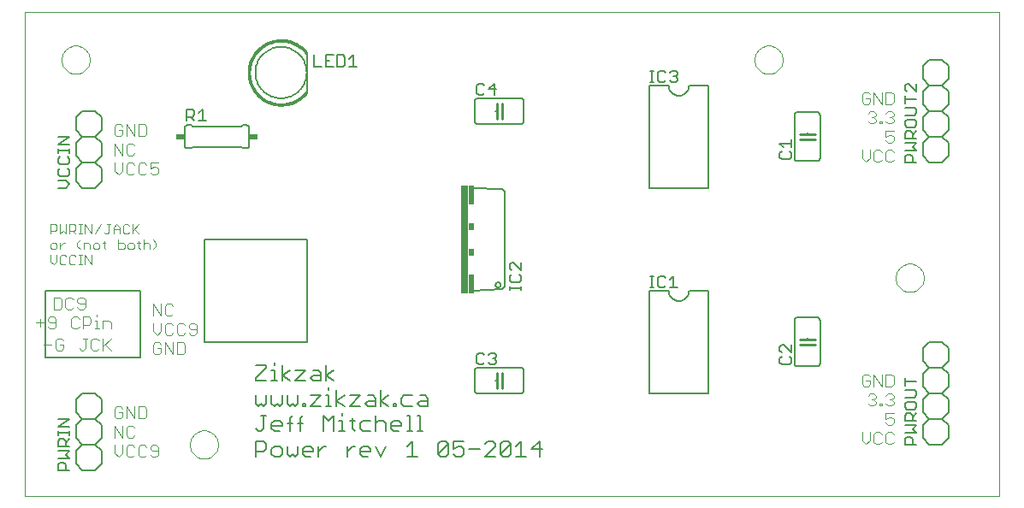
<source format=gto>
G75*
G70*
%OFA0B0*%
%FSLAX24Y24*%
%IPPOS*%
%LPD*%
%AMOC8*
5,1,8,0,0,1.08239X$1,22.5*
%
%ADD10C,0.0000*%
%ADD11C,0.0050*%
%ADD12C,0.0040*%
%ADD13C,0.0030*%
%ADD14C,0.0060*%
%ADD15R,0.0300X0.4200*%
%ADD16R,0.0200X0.0750*%
%ADD17R,0.0200X0.0300*%
%ADD18C,0.0100*%
%ADD19C,0.0080*%
%ADD20C,0.0010*%
%ADD21R,0.0340X0.0240*%
D10*
X000180Y000180D02*
X000180Y019050D01*
X038172Y019050D01*
X038172Y000180D01*
X000180Y000180D01*
X006629Y002180D02*
X006631Y002227D01*
X006637Y002273D01*
X006647Y002319D01*
X006660Y002364D01*
X006678Y002407D01*
X006699Y002449D01*
X006723Y002489D01*
X006751Y002526D01*
X006782Y002561D01*
X006816Y002594D01*
X006852Y002623D01*
X006891Y002649D01*
X006932Y002672D01*
X006975Y002691D01*
X007019Y002707D01*
X007064Y002719D01*
X007110Y002727D01*
X007157Y002731D01*
X007203Y002731D01*
X007250Y002727D01*
X007296Y002719D01*
X007341Y002707D01*
X007385Y002691D01*
X007428Y002672D01*
X007469Y002649D01*
X007508Y002623D01*
X007544Y002594D01*
X007578Y002561D01*
X007609Y002526D01*
X007637Y002489D01*
X007661Y002449D01*
X007682Y002407D01*
X007700Y002364D01*
X007713Y002319D01*
X007723Y002273D01*
X007729Y002227D01*
X007731Y002180D01*
X007729Y002133D01*
X007723Y002087D01*
X007713Y002041D01*
X007700Y001996D01*
X007682Y001953D01*
X007661Y001911D01*
X007637Y001871D01*
X007609Y001834D01*
X007578Y001799D01*
X007544Y001766D01*
X007508Y001737D01*
X007469Y001711D01*
X007428Y001688D01*
X007385Y001669D01*
X007341Y001653D01*
X007296Y001641D01*
X007250Y001633D01*
X007203Y001629D01*
X007157Y001629D01*
X007110Y001633D01*
X007064Y001641D01*
X007019Y001653D01*
X006975Y001669D01*
X006932Y001688D01*
X006891Y001711D01*
X006852Y001737D01*
X006816Y001766D01*
X006782Y001799D01*
X006751Y001834D01*
X006723Y001871D01*
X006699Y001911D01*
X006678Y001953D01*
X006660Y001996D01*
X006647Y002041D01*
X006637Y002087D01*
X006631Y002133D01*
X006629Y002180D01*
X034129Y008680D02*
X034131Y008727D01*
X034137Y008773D01*
X034147Y008819D01*
X034160Y008864D01*
X034178Y008907D01*
X034199Y008949D01*
X034223Y008989D01*
X034251Y009026D01*
X034282Y009061D01*
X034316Y009094D01*
X034352Y009123D01*
X034391Y009149D01*
X034432Y009172D01*
X034475Y009191D01*
X034519Y009207D01*
X034564Y009219D01*
X034610Y009227D01*
X034657Y009231D01*
X034703Y009231D01*
X034750Y009227D01*
X034796Y009219D01*
X034841Y009207D01*
X034885Y009191D01*
X034928Y009172D01*
X034969Y009149D01*
X035008Y009123D01*
X035044Y009094D01*
X035078Y009061D01*
X035109Y009026D01*
X035137Y008989D01*
X035161Y008949D01*
X035182Y008907D01*
X035200Y008864D01*
X035213Y008819D01*
X035223Y008773D01*
X035229Y008727D01*
X035231Y008680D01*
X035229Y008633D01*
X035223Y008587D01*
X035213Y008541D01*
X035200Y008496D01*
X035182Y008453D01*
X035161Y008411D01*
X035137Y008371D01*
X035109Y008334D01*
X035078Y008299D01*
X035044Y008266D01*
X035008Y008237D01*
X034969Y008211D01*
X034928Y008188D01*
X034885Y008169D01*
X034841Y008153D01*
X034796Y008141D01*
X034750Y008133D01*
X034703Y008129D01*
X034657Y008129D01*
X034610Y008133D01*
X034564Y008141D01*
X034519Y008153D01*
X034475Y008169D01*
X034432Y008188D01*
X034391Y008211D01*
X034352Y008237D01*
X034316Y008266D01*
X034282Y008299D01*
X034251Y008334D01*
X034223Y008371D01*
X034199Y008411D01*
X034178Y008453D01*
X034160Y008496D01*
X034147Y008541D01*
X034137Y008587D01*
X034131Y008633D01*
X034129Y008680D01*
X028629Y017180D02*
X028631Y017227D01*
X028637Y017273D01*
X028647Y017319D01*
X028660Y017364D01*
X028678Y017407D01*
X028699Y017449D01*
X028723Y017489D01*
X028751Y017526D01*
X028782Y017561D01*
X028816Y017594D01*
X028852Y017623D01*
X028891Y017649D01*
X028932Y017672D01*
X028975Y017691D01*
X029019Y017707D01*
X029064Y017719D01*
X029110Y017727D01*
X029157Y017731D01*
X029203Y017731D01*
X029250Y017727D01*
X029296Y017719D01*
X029341Y017707D01*
X029385Y017691D01*
X029428Y017672D01*
X029469Y017649D01*
X029508Y017623D01*
X029544Y017594D01*
X029578Y017561D01*
X029609Y017526D01*
X029637Y017489D01*
X029661Y017449D01*
X029682Y017407D01*
X029700Y017364D01*
X029713Y017319D01*
X029723Y017273D01*
X029729Y017227D01*
X029731Y017180D01*
X029729Y017133D01*
X029723Y017087D01*
X029713Y017041D01*
X029700Y016996D01*
X029682Y016953D01*
X029661Y016911D01*
X029637Y016871D01*
X029609Y016834D01*
X029578Y016799D01*
X029544Y016766D01*
X029508Y016737D01*
X029469Y016711D01*
X029428Y016688D01*
X029385Y016669D01*
X029341Y016653D01*
X029296Y016641D01*
X029250Y016633D01*
X029203Y016629D01*
X029157Y016629D01*
X029110Y016633D01*
X029064Y016641D01*
X029019Y016653D01*
X028975Y016669D01*
X028932Y016688D01*
X028891Y016711D01*
X028852Y016737D01*
X028816Y016766D01*
X028782Y016799D01*
X028751Y016834D01*
X028723Y016871D01*
X028699Y016911D01*
X028678Y016953D01*
X028660Y016996D01*
X028647Y017041D01*
X028637Y017087D01*
X028631Y017133D01*
X028629Y017180D01*
X001629Y017180D02*
X001631Y017227D01*
X001637Y017273D01*
X001647Y017319D01*
X001660Y017364D01*
X001678Y017407D01*
X001699Y017449D01*
X001723Y017489D01*
X001751Y017526D01*
X001782Y017561D01*
X001816Y017594D01*
X001852Y017623D01*
X001891Y017649D01*
X001932Y017672D01*
X001975Y017691D01*
X002019Y017707D01*
X002064Y017719D01*
X002110Y017727D01*
X002157Y017731D01*
X002203Y017731D01*
X002250Y017727D01*
X002296Y017719D01*
X002341Y017707D01*
X002385Y017691D01*
X002428Y017672D01*
X002469Y017649D01*
X002508Y017623D01*
X002544Y017594D01*
X002578Y017561D01*
X002609Y017526D01*
X002637Y017489D01*
X002661Y017449D01*
X002682Y017407D01*
X002700Y017364D01*
X002713Y017319D01*
X002723Y017273D01*
X002729Y017227D01*
X002731Y017180D01*
X002729Y017133D01*
X002723Y017087D01*
X002713Y017041D01*
X002700Y016996D01*
X002682Y016953D01*
X002661Y016911D01*
X002637Y016871D01*
X002609Y016834D01*
X002578Y016799D01*
X002544Y016766D01*
X002508Y016737D01*
X002469Y016711D01*
X002428Y016688D01*
X002385Y016669D01*
X002341Y016653D01*
X002296Y016641D01*
X002250Y016633D01*
X002203Y016629D01*
X002157Y016629D01*
X002110Y016633D01*
X002064Y016641D01*
X002019Y016653D01*
X001975Y016669D01*
X001932Y016688D01*
X001891Y016711D01*
X001852Y016737D01*
X001816Y016766D01*
X001782Y016799D01*
X001751Y016834D01*
X001723Y016871D01*
X001699Y016911D01*
X001678Y016953D01*
X001660Y016996D01*
X001647Y017041D01*
X001637Y017087D01*
X001631Y017133D01*
X001629Y017180D01*
D11*
X006505Y015255D02*
X006505Y014805D01*
X006505Y014955D02*
X006730Y014955D01*
X006805Y015030D01*
X006805Y015180D01*
X006730Y015255D01*
X006505Y015255D01*
X006655Y014955D02*
X006805Y014805D01*
X006965Y014805D02*
X007266Y014805D01*
X007116Y014805D02*
X007116Y015255D01*
X006965Y015105D01*
X011455Y016915D02*
X011455Y017365D01*
X011455Y016915D02*
X011755Y016915D01*
X011915Y016915D02*
X012216Y016915D01*
X012376Y016915D02*
X012601Y016915D01*
X012676Y016990D01*
X012676Y017290D01*
X012601Y017365D01*
X012376Y017365D01*
X012376Y016915D01*
X012066Y017140D02*
X011915Y017140D01*
X011915Y017365D02*
X011915Y016915D01*
X011915Y017365D02*
X012216Y017365D01*
X012836Y017215D02*
X012986Y017365D01*
X012986Y016915D01*
X012836Y016915D02*
X013136Y016915D01*
X017805Y016180D02*
X017805Y015880D01*
X017880Y015805D01*
X018030Y015805D01*
X018105Y015880D01*
X018265Y016030D02*
X018566Y016030D01*
X018491Y015805D02*
X018491Y016255D01*
X018265Y016030D01*
X018105Y016180D02*
X018030Y016255D01*
X017880Y016255D01*
X017805Y016180D01*
X024555Y016305D02*
X024705Y016305D01*
X024630Y016305D02*
X024630Y016755D01*
X024555Y016755D02*
X024705Y016755D01*
X024862Y016680D02*
X024862Y016380D01*
X024937Y016305D01*
X025087Y016305D01*
X025162Y016380D01*
X025322Y016380D02*
X025397Y016305D01*
X025548Y016305D01*
X025623Y016380D01*
X025623Y016455D01*
X025548Y016530D01*
X025472Y016530D01*
X025548Y016530D02*
X025623Y016605D01*
X025623Y016680D01*
X025548Y016755D01*
X025397Y016755D01*
X025322Y016680D01*
X025162Y016680D02*
X025087Y016755D01*
X024937Y016755D01*
X024862Y016680D01*
X030055Y014066D02*
X030055Y013765D01*
X030055Y013916D02*
X029605Y013916D01*
X029755Y013765D01*
X029680Y013605D02*
X029605Y013530D01*
X029605Y013380D01*
X029680Y013305D01*
X029980Y013305D01*
X030055Y013380D01*
X030055Y013530D01*
X029980Y013605D01*
X034485Y013635D02*
X034935Y013635D01*
X034785Y013786D01*
X034935Y013936D01*
X034485Y013936D01*
X034485Y014096D02*
X034485Y014321D01*
X034560Y014396D01*
X034710Y014396D01*
X034785Y014321D01*
X034785Y014096D01*
X034785Y014246D02*
X034935Y014396D01*
X034860Y014556D02*
X034935Y014631D01*
X034935Y014781D01*
X034860Y014856D01*
X034560Y014856D01*
X034485Y014781D01*
X034485Y014631D01*
X034560Y014556D01*
X034860Y014556D01*
X034860Y015017D02*
X034485Y015017D01*
X034860Y015017D02*
X034935Y015092D01*
X034935Y015242D01*
X034860Y015317D01*
X034485Y015317D01*
X034485Y015477D02*
X034485Y015777D01*
X034485Y015627D02*
X034935Y015627D01*
X034935Y015937D02*
X034635Y016238D01*
X034560Y016238D01*
X034485Y016163D01*
X034485Y016012D01*
X034560Y015937D01*
X034935Y015937D02*
X034935Y016238D01*
X034935Y014096D02*
X034485Y014096D01*
X034560Y013475D02*
X034485Y013400D01*
X034485Y013175D01*
X034935Y013175D01*
X034785Y013175D02*
X034785Y013400D01*
X034710Y013475D01*
X034560Y013475D01*
X025472Y008755D02*
X025472Y008305D01*
X025322Y008305D02*
X025623Y008305D01*
X025162Y008380D02*
X025087Y008305D01*
X024937Y008305D01*
X024862Y008380D01*
X024862Y008680D01*
X024937Y008755D01*
X025087Y008755D01*
X025162Y008680D01*
X025322Y008605D02*
X025472Y008755D01*
X024705Y008755D02*
X024555Y008755D01*
X024630Y008755D02*
X024630Y008305D01*
X024555Y008305D02*
X024705Y008305D01*
X029605Y005991D02*
X029605Y005840D01*
X029680Y005765D01*
X029680Y005605D02*
X029605Y005530D01*
X029605Y005380D01*
X029680Y005305D01*
X029980Y005305D01*
X030055Y005380D01*
X030055Y005530D01*
X029980Y005605D01*
X030055Y005765D02*
X029755Y006066D01*
X029680Y006066D01*
X029605Y005991D01*
X030055Y006066D02*
X030055Y005765D01*
X034485Y004777D02*
X034485Y004477D01*
X034485Y004627D02*
X034935Y004627D01*
X034860Y004317D02*
X034485Y004317D01*
X034860Y004317D02*
X034935Y004242D01*
X034935Y004092D01*
X034860Y004017D01*
X034485Y004017D01*
X034560Y003856D02*
X034485Y003781D01*
X034485Y003631D01*
X034560Y003556D01*
X034860Y003556D01*
X034935Y003631D01*
X034935Y003781D01*
X034860Y003856D01*
X034560Y003856D01*
X034560Y003396D02*
X034485Y003321D01*
X034485Y003096D01*
X034935Y003096D01*
X034785Y003096D02*
X034785Y003321D01*
X034710Y003396D01*
X034560Y003396D01*
X034785Y003246D02*
X034935Y003396D01*
X034935Y002936D02*
X034485Y002936D01*
X034785Y002786D02*
X034935Y002936D01*
X034785Y002786D02*
X034935Y002635D01*
X034485Y002635D01*
X034560Y002475D02*
X034485Y002400D01*
X034485Y002175D01*
X034935Y002175D01*
X034785Y002175D02*
X034785Y002400D01*
X034710Y002475D01*
X034560Y002475D01*
X020348Y002010D02*
X019941Y002010D01*
X020247Y002316D01*
X020247Y001705D01*
X019741Y001705D02*
X019334Y001705D01*
X019537Y001705D02*
X019537Y002316D01*
X019334Y002112D01*
X019133Y002214D02*
X019133Y001807D01*
X019031Y001705D01*
X018828Y001705D01*
X018726Y001807D01*
X019133Y002214D01*
X019031Y002316D01*
X018828Y002316D01*
X018726Y002214D01*
X018726Y001807D01*
X018525Y001705D02*
X018118Y001705D01*
X018525Y002112D01*
X018525Y002214D01*
X018423Y002316D01*
X018220Y002316D01*
X018118Y002214D01*
X017918Y002010D02*
X017510Y002010D01*
X017310Y002010D02*
X017310Y001807D01*
X017208Y001705D01*
X017005Y001705D01*
X016903Y001807D01*
X016702Y001807D02*
X016600Y001705D01*
X016397Y001705D01*
X016295Y001807D01*
X016702Y002214D01*
X016702Y001807D01*
X016903Y002010D02*
X017106Y002112D01*
X017208Y002112D01*
X017310Y002010D01*
X017310Y002316D02*
X016903Y002316D01*
X016903Y002010D01*
X016702Y002214D02*
X016600Y002316D01*
X016397Y002316D01*
X016295Y002214D01*
X016295Y001807D01*
X015487Y001705D02*
X015080Y001705D01*
X015283Y001705D02*
X015283Y002316D01*
X015080Y002112D01*
X014271Y002112D02*
X014068Y001705D01*
X013864Y002112D01*
X013663Y002010D02*
X013663Y001909D01*
X013256Y001909D01*
X013256Y002010D02*
X013256Y001807D01*
X013358Y001705D01*
X013562Y001705D01*
X013663Y002010D02*
X013562Y002112D01*
X013358Y002112D01*
X013256Y002010D01*
X013055Y002112D02*
X012954Y002112D01*
X012750Y001909D01*
X012750Y002112D02*
X012750Y001705D01*
X011941Y002112D02*
X011839Y002112D01*
X011636Y001909D01*
X011435Y001909D02*
X011435Y002010D01*
X011333Y002112D01*
X011130Y002112D01*
X011028Y002010D01*
X011028Y001807D01*
X011130Y001705D01*
X011333Y001705D01*
X011435Y001909D02*
X011028Y001909D01*
X010827Y001807D02*
X010827Y002112D01*
X010827Y001807D02*
X010726Y001705D01*
X010624Y001807D01*
X010522Y001705D01*
X010420Y001807D01*
X010420Y002112D01*
X010220Y002010D02*
X010220Y001807D01*
X010118Y001705D01*
X009914Y001705D01*
X009813Y001807D01*
X009813Y002010D01*
X009914Y002112D01*
X010118Y002112D01*
X010220Y002010D01*
X009612Y002010D02*
X009612Y002214D01*
X009510Y002316D01*
X009205Y002316D01*
X009205Y001705D01*
X009205Y001909D02*
X009510Y001909D01*
X009612Y002010D01*
X009409Y002695D02*
X009510Y002797D01*
X009510Y003306D01*
X009409Y003306D02*
X009612Y003306D01*
X009914Y003102D02*
X010118Y003102D01*
X010220Y003000D01*
X010220Y002899D01*
X009813Y002899D01*
X009813Y003000D02*
X009813Y002797D01*
X009914Y002695D01*
X010118Y002695D01*
X010522Y002695D02*
X010522Y003204D01*
X010624Y003306D01*
X010927Y003204D02*
X011029Y003306D01*
X010927Y003204D02*
X010927Y002695D01*
X010826Y003000D02*
X011029Y003000D01*
X010624Y003000D02*
X010420Y003000D01*
X009914Y003102D02*
X009813Y003000D01*
X009409Y002695D02*
X009307Y002695D01*
X009205Y002797D01*
X009307Y003685D02*
X009205Y003787D01*
X009205Y004092D01*
X009409Y003787D02*
X009510Y003685D01*
X009612Y003787D01*
X009612Y004092D01*
X009813Y004092D02*
X009813Y003787D01*
X009914Y003685D01*
X010016Y003787D01*
X010118Y003685D01*
X010220Y003787D01*
X010220Y004092D01*
X010420Y004092D02*
X010420Y003787D01*
X010522Y003685D01*
X010624Y003787D01*
X010726Y003685D01*
X010827Y003787D01*
X010827Y004092D01*
X011332Y004092D02*
X011739Y004092D01*
X011332Y003685D01*
X011739Y003685D01*
X011940Y003685D02*
X012143Y003685D01*
X012041Y003685D02*
X012041Y004092D01*
X011940Y004092D01*
X012041Y004296D02*
X012041Y004397D01*
X012345Y004296D02*
X012345Y003685D01*
X012345Y003889D02*
X012650Y003685D01*
X012851Y003685D02*
X013258Y003685D01*
X013459Y003787D02*
X013561Y003889D01*
X013866Y003889D01*
X013866Y003990D02*
X013866Y003685D01*
X013561Y003685D01*
X013459Y003787D01*
X013764Y004092D02*
X013866Y003990D01*
X013764Y004092D02*
X013561Y004092D01*
X013258Y004092D02*
X012851Y003685D01*
X012650Y004092D02*
X012345Y003889D01*
X012851Y004092D02*
X013258Y004092D01*
X014067Y003889D02*
X014372Y004092D01*
X014067Y003889D02*
X014372Y003685D01*
X014573Y003685D02*
X014675Y003685D01*
X014675Y003787D01*
X014573Y003787D01*
X014573Y003685D01*
X014877Y003787D02*
X014877Y003990D01*
X014979Y004092D01*
X015284Y004092D01*
X015587Y004092D02*
X015790Y004092D01*
X015892Y003990D01*
X015892Y003685D01*
X015587Y003685D01*
X015485Y003787D01*
X015587Y003889D01*
X015892Y003889D01*
X015284Y003685D02*
X014979Y003685D01*
X014877Y003787D01*
X015080Y003306D02*
X015181Y003306D01*
X015181Y002695D01*
X015080Y002695D02*
X015283Y002695D01*
X015485Y002695D02*
X015688Y002695D01*
X015587Y002695D02*
X015587Y003306D01*
X015485Y003306D01*
X014879Y003000D02*
X014879Y002899D01*
X014472Y002899D01*
X014472Y003000D02*
X014472Y002797D01*
X014574Y002695D01*
X014777Y002695D01*
X014271Y002695D02*
X014271Y003000D01*
X014169Y003102D01*
X013966Y003102D01*
X013864Y003000D01*
X013663Y003102D02*
X013358Y003102D01*
X013256Y003000D01*
X013256Y002797D01*
X013358Y002695D01*
X013663Y002695D01*
X013864Y002695D02*
X013864Y003306D01*
X014472Y003000D02*
X014574Y003102D01*
X014777Y003102D01*
X014879Y003000D01*
X014067Y003685D02*
X014067Y004296D01*
X012548Y003407D02*
X012548Y003306D01*
X012548Y003102D02*
X012548Y002695D01*
X012446Y002695D02*
X012650Y002695D01*
X012953Y002797D02*
X013055Y002695D01*
X012953Y002797D02*
X012953Y003204D01*
X012851Y003102D02*
X013055Y003102D01*
X012548Y003102D02*
X012446Y003102D01*
X012245Y003306D02*
X012245Y002695D01*
X011838Y002695D02*
X011838Y003306D01*
X012042Y003102D01*
X012245Y003306D01*
X011130Y003685D02*
X011028Y003685D01*
X011028Y003787D01*
X011130Y003787D01*
X011130Y003685D01*
X011131Y004675D02*
X010724Y004675D01*
X011131Y005082D01*
X010724Y005082D01*
X010523Y005082D02*
X010218Y004879D01*
X010523Y004675D01*
X010218Y004675D02*
X010218Y005286D01*
X009914Y005286D02*
X009914Y005387D01*
X009914Y005082D02*
X009914Y004675D01*
X009813Y004675D02*
X010016Y004675D01*
X009612Y004675D02*
X009205Y004675D01*
X009205Y004777D01*
X009612Y005184D01*
X009612Y005286D01*
X009205Y005286D01*
X009813Y005082D02*
X009914Y005082D01*
X011332Y004777D02*
X011434Y004879D01*
X011739Y004879D01*
X011739Y004980D02*
X011739Y004675D01*
X011434Y004675D01*
X011332Y004777D01*
X011637Y005082D02*
X011739Y004980D01*
X011637Y005082D02*
X011434Y005082D01*
X011940Y004879D02*
X012245Y004675D01*
X011940Y004675D02*
X011940Y005286D01*
X012245Y005082D02*
X011940Y004879D01*
X011180Y006180D02*
X011180Y010180D01*
X007180Y010180D01*
X007180Y006180D01*
X011180Y006180D01*
X009409Y003787D02*
X009307Y003685D01*
X011636Y002112D02*
X011636Y001705D01*
X017805Y005380D02*
X017880Y005305D01*
X018030Y005305D01*
X018105Y005380D01*
X018265Y005380D02*
X018340Y005305D01*
X018491Y005305D01*
X018566Y005380D01*
X018566Y005455D01*
X018491Y005530D01*
X018416Y005530D01*
X018491Y005530D02*
X018566Y005605D01*
X018566Y005680D01*
X018491Y005755D01*
X018340Y005755D01*
X018265Y005680D01*
X018105Y005680D02*
X018030Y005755D01*
X017880Y005755D01*
X017805Y005680D01*
X017805Y005380D01*
X017630Y008180D02*
X018780Y008230D01*
X018880Y008330D01*
X018880Y012030D01*
X018780Y012130D01*
X017630Y012180D01*
X019160Y009273D02*
X019085Y009198D01*
X019085Y009047D01*
X019160Y008972D01*
X019160Y008812D02*
X019085Y008737D01*
X019085Y008587D01*
X019160Y008512D01*
X019460Y008512D01*
X019535Y008587D01*
X019535Y008737D01*
X019460Y008812D01*
X019535Y008972D02*
X019235Y009273D01*
X019160Y009273D01*
X019535Y009273D02*
X019535Y008972D01*
X019535Y008355D02*
X019535Y008205D01*
X019535Y008280D02*
X019085Y008280D01*
X019085Y008205D02*
X019085Y008355D01*
X018540Y008410D02*
X018542Y008430D01*
X018548Y008448D01*
X018557Y008466D01*
X018569Y008481D01*
X018584Y008493D01*
X018602Y008502D01*
X018620Y008508D01*
X018640Y008510D01*
X018660Y008508D01*
X018678Y008502D01*
X018696Y008493D01*
X018711Y008481D01*
X018723Y008466D01*
X018732Y008448D01*
X018738Y008430D01*
X018740Y008410D01*
X018738Y008390D01*
X018732Y008372D01*
X018723Y008354D01*
X018711Y008339D01*
X018696Y008327D01*
X018678Y008318D01*
X018660Y008312D01*
X018640Y008310D01*
X018620Y008312D01*
X018602Y008318D01*
X018584Y008327D01*
X018569Y008339D01*
X018557Y008354D01*
X018548Y008372D01*
X018542Y008390D01*
X018540Y008410D01*
X004680Y008180D02*
X004680Y005580D01*
X000980Y005580D01*
X000980Y008180D01*
X004680Y008180D01*
X001785Y012175D02*
X001485Y012175D01*
X001785Y012175D02*
X001935Y012325D01*
X001785Y012475D01*
X001485Y012475D01*
X001560Y012635D02*
X001485Y012710D01*
X001485Y012861D01*
X001560Y012936D01*
X001560Y013096D02*
X001860Y013096D01*
X001935Y013171D01*
X001935Y013321D01*
X001860Y013396D01*
X001935Y013556D02*
X001935Y013706D01*
X001935Y013631D02*
X001485Y013631D01*
X001485Y013556D02*
X001485Y013706D01*
X001485Y013863D02*
X001935Y014163D01*
X001485Y014163D01*
X001485Y013863D02*
X001935Y013863D01*
X001560Y013396D02*
X001485Y013321D01*
X001485Y013171D01*
X001560Y013096D01*
X001860Y012936D02*
X001935Y012861D01*
X001935Y012710D01*
X001860Y012635D01*
X001560Y012635D01*
X001485Y003163D02*
X001935Y003163D01*
X001485Y002863D01*
X001935Y002863D01*
X001935Y002706D02*
X001935Y002556D01*
X001935Y002631D02*
X001485Y002631D01*
X001485Y002556D02*
X001485Y002706D01*
X001560Y002396D02*
X001710Y002396D01*
X001785Y002321D01*
X001785Y002096D01*
X001785Y002246D02*
X001935Y002396D01*
X001560Y002396D02*
X001485Y002321D01*
X001485Y002096D01*
X001935Y002096D01*
X001935Y001936D02*
X001785Y001786D01*
X001935Y001635D01*
X001485Y001635D01*
X001560Y001475D02*
X001485Y001400D01*
X001485Y001175D01*
X001935Y001175D01*
X001785Y001175D02*
X001785Y001400D01*
X001710Y001475D01*
X001560Y001475D01*
X001485Y001936D02*
X001935Y001936D01*
D12*
X003700Y001853D02*
X003853Y001700D01*
X004007Y001853D01*
X004007Y002160D01*
X004160Y002084D02*
X004160Y001777D01*
X004237Y001700D01*
X004391Y001700D01*
X004467Y001777D01*
X004621Y001777D02*
X004698Y001700D01*
X004851Y001700D01*
X004928Y001777D01*
X005081Y001777D02*
X005158Y001700D01*
X005311Y001700D01*
X005388Y001777D01*
X005388Y002084D01*
X005311Y002160D01*
X005158Y002160D01*
X005081Y002084D01*
X005081Y002007D01*
X005158Y001930D01*
X005388Y001930D01*
X004928Y002084D02*
X004851Y002160D01*
X004698Y002160D01*
X004621Y002084D01*
X004621Y001777D01*
X004467Y002084D02*
X004391Y002160D01*
X004237Y002160D01*
X004160Y002084D01*
X003700Y002160D02*
X003700Y001853D01*
X003700Y002450D02*
X003700Y002910D01*
X004007Y002450D01*
X004007Y002910D01*
X004160Y002834D02*
X004160Y002527D01*
X004237Y002450D01*
X004391Y002450D01*
X004467Y002527D01*
X004467Y002834D02*
X004391Y002910D01*
X004237Y002910D01*
X004160Y002834D01*
X004160Y003200D02*
X004160Y003660D01*
X004467Y003200D01*
X004467Y003660D01*
X004621Y003660D02*
X004851Y003660D01*
X004928Y003584D01*
X004928Y003277D01*
X004851Y003200D01*
X004621Y003200D01*
X004621Y003660D01*
X004007Y003584D02*
X003930Y003660D01*
X003777Y003660D01*
X003700Y003584D01*
X003700Y003277D01*
X003777Y003200D01*
X003930Y003200D01*
X004007Y003277D01*
X004007Y003430D01*
X003853Y003430D01*
X005277Y005700D02*
X005430Y005700D01*
X005507Y005777D01*
X005507Y005930D01*
X005353Y005930D01*
X005200Y005777D02*
X005277Y005700D01*
X005200Y005777D02*
X005200Y006084D01*
X005277Y006160D01*
X005430Y006160D01*
X005507Y006084D01*
X005660Y006160D02*
X005967Y005700D01*
X005967Y006160D01*
X006121Y006160D02*
X006351Y006160D01*
X006428Y006084D01*
X006428Y005777D01*
X006351Y005700D01*
X006121Y005700D01*
X006121Y006160D01*
X005660Y006160D02*
X005660Y005700D01*
X005737Y006450D02*
X005891Y006450D01*
X005967Y006527D01*
X006121Y006527D02*
X006198Y006450D01*
X006351Y006450D01*
X006428Y006527D01*
X006581Y006527D02*
X006658Y006450D01*
X006811Y006450D01*
X006888Y006527D01*
X006888Y006834D01*
X006811Y006910D01*
X006658Y006910D01*
X006581Y006834D01*
X006581Y006757D01*
X006658Y006680D01*
X006888Y006680D01*
X006428Y006834D02*
X006351Y006910D01*
X006198Y006910D01*
X006121Y006834D01*
X006121Y006527D01*
X005737Y006450D02*
X005660Y006527D01*
X005660Y006834D01*
X005737Y006910D01*
X005891Y006910D01*
X005967Y006834D01*
X005507Y006910D02*
X005507Y006603D01*
X005353Y006450D01*
X005200Y006603D01*
X005200Y006910D01*
X005200Y007200D02*
X005200Y007660D01*
X005507Y007200D01*
X005507Y007660D01*
X005660Y007584D02*
X005660Y007277D01*
X005737Y007200D01*
X005891Y007200D01*
X005967Y007277D01*
X005967Y007584D02*
X005891Y007660D01*
X005737Y007660D01*
X005660Y007584D01*
X003547Y006930D02*
X003547Y006700D01*
X003547Y006930D02*
X003470Y007007D01*
X003240Y007007D01*
X003240Y006700D01*
X003086Y006700D02*
X002933Y006700D01*
X003009Y006700D02*
X003009Y007007D01*
X002933Y007007D01*
X003009Y007160D02*
X003009Y007237D01*
X002779Y007084D02*
X002779Y006930D01*
X002702Y006853D01*
X002472Y006853D01*
X002472Y006700D02*
X002472Y007160D01*
X002702Y007160D01*
X002779Y007084D01*
X002319Y007084D02*
X002242Y007160D01*
X002089Y007160D01*
X002012Y007084D01*
X002012Y006777D01*
X002089Y006700D01*
X002242Y006700D01*
X002319Y006777D01*
X002472Y006310D02*
X002626Y006310D01*
X002549Y006310D02*
X002549Y005927D01*
X002472Y005850D01*
X002396Y005850D01*
X002319Y005927D01*
X002779Y005927D02*
X002856Y005850D01*
X003009Y005850D01*
X003086Y005927D01*
X003240Y006003D02*
X003547Y006310D01*
X003240Y006310D02*
X003240Y005850D01*
X003316Y006080D02*
X003547Y005850D01*
X003086Y006234D02*
X003009Y006310D01*
X002856Y006310D01*
X002779Y006234D01*
X002779Y005927D01*
X001705Y005927D02*
X001705Y006080D01*
X001551Y006080D01*
X001398Y005927D02*
X001475Y005850D01*
X001628Y005850D01*
X001705Y005927D01*
X001398Y005927D02*
X001398Y006234D01*
X001475Y006310D01*
X001628Y006310D01*
X001705Y006234D01*
X001245Y006080D02*
X000938Y006080D01*
X001168Y006700D02*
X001321Y006700D01*
X001398Y006777D01*
X001398Y007084D01*
X001321Y007160D01*
X001168Y007160D01*
X001091Y007084D01*
X001091Y007007D01*
X001168Y006930D01*
X001398Y006930D01*
X001168Y006700D02*
X001091Y006777D01*
X000938Y006930D02*
X000631Y006930D01*
X000784Y006777D02*
X000784Y007084D01*
X001319Y007450D02*
X001549Y007450D01*
X001626Y007527D01*
X001626Y007834D01*
X001549Y007910D01*
X001319Y007910D01*
X001319Y007450D01*
X001779Y007527D02*
X001856Y007450D01*
X002009Y007450D01*
X002086Y007527D01*
X002240Y007527D02*
X002316Y007450D01*
X002470Y007450D01*
X002547Y007527D01*
X002547Y007834D01*
X002470Y007910D01*
X002316Y007910D01*
X002240Y007834D01*
X002240Y007757D01*
X002316Y007680D01*
X002547Y007680D01*
X002086Y007834D02*
X002009Y007910D01*
X001856Y007910D01*
X001779Y007834D01*
X001779Y007527D01*
X003853Y012700D02*
X004007Y012853D01*
X004007Y013160D01*
X004160Y013084D02*
X004160Y012777D01*
X004237Y012700D01*
X004391Y012700D01*
X004467Y012777D01*
X004621Y012777D02*
X004698Y012700D01*
X004851Y012700D01*
X004928Y012777D01*
X005081Y012777D02*
X005158Y012700D01*
X005311Y012700D01*
X005388Y012777D01*
X005388Y012930D01*
X005311Y013007D01*
X005235Y013007D01*
X005081Y012930D01*
X005081Y013160D01*
X005388Y013160D01*
X004928Y013084D02*
X004851Y013160D01*
X004698Y013160D01*
X004621Y013084D01*
X004621Y012777D01*
X004467Y013084D02*
X004391Y013160D01*
X004237Y013160D01*
X004160Y013084D01*
X003700Y013160D02*
X003700Y012853D01*
X003853Y012700D01*
X003700Y013450D02*
X003700Y013910D01*
X004007Y013450D01*
X004007Y013910D01*
X004160Y013834D02*
X004160Y013527D01*
X004237Y013450D01*
X004391Y013450D01*
X004467Y013527D01*
X004467Y013834D02*
X004391Y013910D01*
X004237Y013910D01*
X004160Y013834D01*
X004160Y014200D02*
X004160Y014660D01*
X004467Y014200D01*
X004467Y014660D01*
X004621Y014660D02*
X004851Y014660D01*
X004928Y014584D01*
X004928Y014277D01*
X004851Y014200D01*
X004621Y014200D01*
X004621Y014660D01*
X004007Y014584D02*
X003930Y014660D01*
X003777Y014660D01*
X003700Y014584D01*
X003700Y014277D01*
X003777Y014200D01*
X003930Y014200D01*
X004007Y014277D01*
X004007Y014430D01*
X003853Y014430D01*
X032819Y013660D02*
X032819Y013353D01*
X032972Y013200D01*
X033126Y013353D01*
X033126Y013660D01*
X033279Y013584D02*
X033279Y013277D01*
X033356Y013200D01*
X033509Y013200D01*
X033586Y013277D01*
X033740Y013277D02*
X033816Y013200D01*
X033970Y013200D01*
X034047Y013277D01*
X033740Y013277D02*
X033740Y013584D01*
X033816Y013660D01*
X033970Y013660D01*
X034047Y013584D01*
X033586Y013584D02*
X033509Y013660D01*
X033356Y013660D01*
X033279Y013584D01*
X033740Y014027D02*
X033816Y013950D01*
X033970Y013950D01*
X034047Y014027D01*
X034047Y014180D01*
X033970Y014257D01*
X033893Y014257D01*
X033740Y014180D01*
X033740Y014410D01*
X034047Y014410D01*
X033970Y014700D02*
X033816Y014700D01*
X033740Y014777D01*
X033586Y014777D02*
X033586Y014700D01*
X033509Y014700D01*
X033509Y014777D01*
X033586Y014777D01*
X033356Y014777D02*
X033279Y014700D01*
X033126Y014700D01*
X033049Y014777D01*
X033202Y014930D02*
X033279Y014930D01*
X033356Y014853D01*
X033356Y014777D01*
X033279Y014930D02*
X033356Y015007D01*
X033356Y015084D01*
X033279Y015160D01*
X033126Y015160D01*
X033049Y015084D01*
X033740Y015084D02*
X033816Y015160D01*
X033970Y015160D01*
X034047Y015084D01*
X034047Y015007D01*
X033970Y014930D01*
X034047Y014853D01*
X034047Y014777D01*
X033970Y014700D01*
X033970Y014930D02*
X033893Y014930D01*
X033970Y015450D02*
X033740Y015450D01*
X033740Y015910D01*
X033970Y015910D01*
X034047Y015834D01*
X034047Y015527D01*
X033970Y015450D01*
X033586Y015450D02*
X033586Y015910D01*
X033279Y015910D02*
X033586Y015450D01*
X033279Y015450D02*
X033279Y015910D01*
X033126Y015834D02*
X033049Y015910D01*
X032896Y015910D01*
X032819Y015834D01*
X032819Y015527D01*
X032896Y015450D01*
X033049Y015450D01*
X033126Y015527D01*
X033126Y015680D01*
X032972Y015680D01*
X032896Y004910D02*
X032819Y004834D01*
X032819Y004527D01*
X032896Y004450D01*
X033049Y004450D01*
X033126Y004527D01*
X033126Y004680D01*
X032972Y004680D01*
X033126Y004680D01*
X033126Y004527D01*
X033049Y004450D01*
X032896Y004450D01*
X032819Y004527D01*
X032819Y004834D01*
X032896Y004910D01*
X033049Y004910D01*
X033126Y004834D01*
X033049Y004910D01*
X032896Y004910D01*
X033279Y004910D02*
X033586Y004450D01*
X033586Y004910D01*
X033586Y004450D01*
X033279Y004910D01*
X033279Y004450D01*
X033279Y004910D01*
X033740Y004910D02*
X033970Y004910D01*
X034047Y004834D01*
X034047Y004527D01*
X033970Y004450D01*
X033740Y004450D01*
X033740Y004910D01*
X033970Y004910D01*
X034047Y004834D01*
X034047Y004527D01*
X033970Y004450D01*
X033740Y004450D01*
X033740Y004910D01*
X033816Y004160D02*
X033740Y004084D01*
X033816Y004160D01*
X033970Y004160D01*
X034047Y004084D01*
X034047Y004007D01*
X033970Y003930D01*
X034047Y003853D01*
X034047Y003777D01*
X033970Y003700D01*
X033816Y003700D01*
X033740Y003777D01*
X033816Y003700D01*
X033970Y003700D01*
X034047Y003777D01*
X034047Y003853D01*
X033970Y003930D01*
X033893Y003930D01*
X033970Y003930D01*
X034047Y004007D01*
X034047Y004084D01*
X033970Y004160D01*
X033816Y004160D01*
X033586Y003777D02*
X033586Y003700D01*
X033509Y003700D01*
X033509Y003777D01*
X033586Y003777D01*
X033586Y003700D01*
X033509Y003700D01*
X033509Y003777D01*
X033586Y003777D01*
X033356Y003777D02*
X033279Y003700D01*
X033126Y003700D01*
X033049Y003777D01*
X033126Y003700D01*
X033279Y003700D01*
X033356Y003777D01*
X033356Y003853D01*
X033279Y003930D01*
X033202Y003930D01*
X033279Y003930D01*
X033356Y004007D01*
X033356Y004084D01*
X033279Y004160D01*
X033126Y004160D01*
X033049Y004084D01*
X033126Y004160D01*
X033279Y004160D01*
X033356Y004084D01*
X033356Y004007D01*
X033279Y003930D01*
X033356Y003853D01*
X033356Y003777D01*
X033740Y003410D02*
X033740Y003180D01*
X033893Y003257D01*
X033970Y003257D01*
X034047Y003180D01*
X034047Y003027D01*
X033970Y002950D01*
X033816Y002950D01*
X033740Y003027D01*
X033816Y002950D01*
X033970Y002950D01*
X034047Y003027D01*
X034047Y003180D01*
X033970Y003257D01*
X033893Y003257D01*
X033740Y003180D01*
X033740Y003410D01*
X034047Y003410D01*
X033740Y003410D01*
X033816Y002660D02*
X033740Y002584D01*
X033740Y002277D01*
X033816Y002200D01*
X033970Y002200D01*
X034047Y002277D01*
X033970Y002200D01*
X033816Y002200D01*
X033740Y002277D01*
X033740Y002584D01*
X033816Y002660D01*
X033970Y002660D01*
X034047Y002584D01*
X033970Y002660D01*
X033816Y002660D01*
X033586Y002584D02*
X033509Y002660D01*
X033356Y002660D01*
X033279Y002584D01*
X033279Y002277D01*
X033356Y002200D01*
X033509Y002200D01*
X033586Y002277D01*
X033509Y002200D01*
X033356Y002200D01*
X033279Y002277D01*
X033279Y002584D01*
X033356Y002660D01*
X033509Y002660D01*
X033586Y002584D01*
X033126Y002660D02*
X033126Y002353D01*
X032972Y002200D01*
X032819Y002353D01*
X032819Y002660D01*
X032819Y002353D01*
X032972Y002200D01*
X033126Y002353D01*
X033126Y002660D01*
D13*
X005309Y009918D02*
X005185Y009795D01*
X005064Y009795D02*
X005064Y009980D01*
X005002Y010042D01*
X004878Y010042D01*
X004817Y009980D01*
X004695Y010042D02*
X004571Y010042D01*
X004633Y010104D02*
X004633Y009857D01*
X004695Y009795D01*
X004817Y009795D02*
X004817Y010165D01*
X004634Y010395D02*
X004449Y010580D01*
X004387Y010518D02*
X004634Y010765D01*
X004387Y010765D02*
X004387Y010395D01*
X004266Y010457D02*
X004204Y010395D01*
X004080Y010395D01*
X004019Y010457D01*
X004019Y010704D01*
X004080Y010765D01*
X004204Y010765D01*
X004266Y010704D01*
X003897Y010642D02*
X003897Y010395D01*
X003897Y010580D02*
X003650Y010580D01*
X003650Y010642D02*
X003774Y010765D01*
X003897Y010642D01*
X003650Y010642D02*
X003650Y010395D01*
X003467Y010457D02*
X003467Y010765D01*
X003406Y010765D02*
X003529Y010765D01*
X003467Y010457D02*
X003406Y010395D01*
X003344Y010395D01*
X003282Y010457D01*
X003161Y010765D02*
X002914Y010395D01*
X002792Y010395D02*
X002792Y010765D01*
X002545Y010765D02*
X002792Y010395D01*
X002545Y010395D02*
X002545Y010765D01*
X002423Y010765D02*
X002300Y010765D01*
X002362Y010765D02*
X002362Y010395D01*
X002423Y010395D02*
X002300Y010395D01*
X002179Y010395D02*
X002055Y010518D01*
X002117Y010518D02*
X001932Y010518D01*
X001932Y010395D02*
X001932Y010765D01*
X002117Y010765D01*
X002179Y010704D01*
X002179Y010580D01*
X002117Y010518D01*
X001810Y010395D02*
X001810Y010765D01*
X001563Y010765D02*
X001563Y010395D01*
X001687Y010518D01*
X001810Y010395D01*
X001442Y010580D02*
X001380Y010518D01*
X001195Y010518D01*
X001195Y010395D02*
X001195Y010765D01*
X001380Y010765D01*
X001442Y010704D01*
X001442Y010580D01*
X001380Y010042D02*
X001257Y010042D01*
X001195Y009980D01*
X001195Y009857D01*
X001257Y009795D01*
X001380Y009795D01*
X001442Y009857D01*
X001442Y009980D01*
X001380Y010042D01*
X001563Y010042D02*
X001563Y009795D01*
X001563Y009918D02*
X001687Y010042D01*
X001748Y010042D01*
X002239Y010042D02*
X002362Y010165D01*
X002484Y010042D02*
X002669Y010042D01*
X002731Y009980D01*
X002731Y009795D01*
X002852Y009857D02*
X002914Y009795D01*
X003038Y009795D01*
X003099Y009857D01*
X003099Y009980D01*
X003038Y010042D01*
X002914Y010042D01*
X002852Y009980D01*
X002852Y009857D01*
X002792Y009565D02*
X002792Y009195D01*
X002545Y009565D01*
X002545Y009195D01*
X002423Y009195D02*
X002300Y009195D01*
X002362Y009195D02*
X002362Y009565D01*
X002423Y009565D02*
X002300Y009565D01*
X002179Y009504D02*
X002117Y009565D01*
X001993Y009565D01*
X001932Y009504D01*
X001932Y009257D01*
X001993Y009195D01*
X002117Y009195D01*
X002179Y009257D01*
X001810Y009257D02*
X001748Y009195D01*
X001625Y009195D01*
X001563Y009257D01*
X001563Y009504D01*
X001625Y009565D01*
X001748Y009565D01*
X001810Y009504D01*
X001442Y009565D02*
X001442Y009318D01*
X001318Y009195D01*
X001195Y009318D01*
X001195Y009565D01*
X002239Y009918D02*
X002239Y010042D01*
X002239Y009918D02*
X002362Y009795D01*
X002484Y009795D02*
X002484Y010042D01*
X003221Y010042D02*
X003344Y010042D01*
X003282Y010104D02*
X003282Y009857D01*
X003344Y009795D01*
X003835Y009795D02*
X004020Y009795D01*
X004081Y009857D01*
X004081Y009980D01*
X004020Y010042D01*
X003835Y010042D01*
X003835Y010165D02*
X003835Y009795D01*
X004203Y009857D02*
X004203Y009980D01*
X004265Y010042D01*
X004388Y010042D01*
X004450Y009980D01*
X004450Y009857D01*
X004388Y009795D01*
X004265Y009795D01*
X004203Y009857D01*
X005185Y010165D02*
X005309Y010042D01*
X005309Y009918D01*
D14*
X002930Y012180D02*
X002430Y012180D01*
X002180Y012430D01*
X002180Y012930D01*
X002430Y013180D01*
X002180Y013430D01*
X002180Y013930D01*
X002430Y014180D01*
X002180Y014430D01*
X002180Y014930D01*
X002430Y015180D01*
X002930Y015180D01*
X003180Y014930D01*
X003180Y014430D01*
X002930Y014180D01*
X003180Y013930D01*
X003180Y013430D01*
X002930Y013180D01*
X003180Y012930D01*
X003180Y012430D01*
X002930Y012180D01*
X002930Y013180D02*
X002430Y013180D01*
X002430Y014180D02*
X002930Y014180D01*
X006430Y013830D02*
X006430Y014530D01*
X006432Y014547D01*
X006436Y014564D01*
X006443Y014580D01*
X006453Y014594D01*
X006466Y014607D01*
X006480Y014617D01*
X006496Y014624D01*
X006513Y014628D01*
X006530Y014630D01*
X006680Y014630D01*
X006730Y014580D01*
X008630Y014580D01*
X008680Y014630D01*
X008830Y014630D01*
X008847Y014628D01*
X008864Y014624D01*
X008880Y014617D01*
X008894Y014607D01*
X008907Y014594D01*
X008917Y014580D01*
X008924Y014564D01*
X008928Y014547D01*
X008930Y014530D01*
X008930Y013830D01*
X008928Y013813D01*
X008924Y013796D01*
X008917Y013780D01*
X008907Y013766D01*
X008894Y013753D01*
X008880Y013743D01*
X008864Y013736D01*
X008847Y013732D01*
X008830Y013730D01*
X008680Y013730D01*
X008630Y013780D01*
X006730Y013780D01*
X006680Y013730D01*
X006530Y013730D01*
X006513Y013732D01*
X006496Y013736D01*
X006480Y013743D01*
X006466Y013753D01*
X006453Y013766D01*
X006443Y013780D01*
X006436Y013796D01*
X006432Y013813D01*
X006430Y013830D01*
X009180Y016680D02*
X009182Y016743D01*
X009188Y016805D01*
X009198Y016867D01*
X009211Y016929D01*
X009229Y016989D01*
X009250Y017048D01*
X009275Y017106D01*
X009304Y017162D01*
X009336Y017216D01*
X009371Y017268D01*
X009409Y017317D01*
X009451Y017365D01*
X009495Y017409D01*
X009543Y017451D01*
X009592Y017489D01*
X009644Y017524D01*
X009698Y017556D01*
X009754Y017585D01*
X009812Y017610D01*
X009871Y017631D01*
X009931Y017649D01*
X009993Y017662D01*
X010055Y017672D01*
X010117Y017678D01*
X010180Y017680D01*
X010243Y017678D01*
X010305Y017672D01*
X010367Y017662D01*
X010429Y017649D01*
X010489Y017631D01*
X010548Y017610D01*
X010606Y017585D01*
X010662Y017556D01*
X010716Y017524D01*
X010768Y017489D01*
X010817Y017451D01*
X010865Y017409D01*
X010909Y017365D01*
X010951Y017317D01*
X010989Y017268D01*
X011024Y017216D01*
X011056Y017162D01*
X011085Y017106D01*
X011110Y017048D01*
X011131Y016989D01*
X011149Y016929D01*
X011162Y016867D01*
X011172Y016805D01*
X011178Y016743D01*
X011180Y016680D01*
X011178Y016617D01*
X011172Y016555D01*
X011162Y016493D01*
X011149Y016431D01*
X011131Y016371D01*
X011110Y016312D01*
X011085Y016254D01*
X011056Y016198D01*
X011024Y016144D01*
X010989Y016092D01*
X010951Y016043D01*
X010909Y015995D01*
X010865Y015951D01*
X010817Y015909D01*
X010768Y015871D01*
X010716Y015836D01*
X010662Y015804D01*
X010606Y015775D01*
X010548Y015750D01*
X010489Y015729D01*
X010429Y015711D01*
X010367Y015698D01*
X010305Y015688D01*
X010243Y015682D01*
X010180Y015680D01*
X010117Y015682D01*
X010055Y015688D01*
X009993Y015698D01*
X009931Y015711D01*
X009871Y015729D01*
X009812Y015750D01*
X009754Y015775D01*
X009698Y015804D01*
X009644Y015836D01*
X009592Y015871D01*
X009543Y015909D01*
X009495Y015951D01*
X009451Y015995D01*
X009409Y016043D01*
X009371Y016092D01*
X009336Y016144D01*
X009304Y016198D01*
X009275Y016254D01*
X009250Y016312D01*
X009229Y016371D01*
X009211Y016431D01*
X009198Y016493D01*
X009188Y016555D01*
X009182Y016617D01*
X009180Y016680D01*
X017730Y015580D02*
X017730Y014780D01*
X017732Y014763D01*
X017736Y014746D01*
X017743Y014730D01*
X017753Y014716D01*
X017766Y014703D01*
X017780Y014693D01*
X017796Y014686D01*
X017813Y014682D01*
X017830Y014680D01*
X019530Y014680D01*
X019547Y014682D01*
X019564Y014686D01*
X019580Y014693D01*
X019594Y014703D01*
X019607Y014716D01*
X019617Y014730D01*
X019624Y014746D01*
X019628Y014763D01*
X019630Y014780D01*
X019630Y015580D01*
X019628Y015597D01*
X019624Y015614D01*
X019617Y015630D01*
X019607Y015644D01*
X019594Y015657D01*
X019580Y015667D01*
X019564Y015674D01*
X019547Y015678D01*
X019530Y015680D01*
X017830Y015680D01*
X017813Y015678D01*
X017796Y015674D01*
X017780Y015667D01*
X017766Y015657D01*
X017753Y015644D01*
X017743Y015630D01*
X017736Y015614D01*
X017732Y015597D01*
X017730Y015580D01*
X018530Y015180D02*
X018580Y015180D01*
X018780Y015180D02*
X018830Y015180D01*
X024530Y016180D02*
X025280Y016180D01*
X025282Y016141D01*
X025288Y016102D01*
X025297Y016064D01*
X025310Y016027D01*
X025327Y015991D01*
X025347Y015958D01*
X025371Y015926D01*
X025397Y015897D01*
X025426Y015871D01*
X025458Y015847D01*
X025491Y015827D01*
X025527Y015810D01*
X025564Y015797D01*
X025602Y015788D01*
X025641Y015782D01*
X025680Y015780D01*
X025719Y015782D01*
X025758Y015788D01*
X025796Y015797D01*
X025833Y015810D01*
X025869Y015827D01*
X025902Y015847D01*
X025934Y015871D01*
X025963Y015897D01*
X025989Y015926D01*
X026013Y015958D01*
X026033Y015991D01*
X026050Y016027D01*
X026063Y016064D01*
X026072Y016102D01*
X026078Y016141D01*
X026080Y016180D01*
X026830Y016180D01*
X026830Y012180D01*
X024530Y012180D01*
X024530Y016180D01*
X030180Y015030D02*
X030180Y013330D01*
X030182Y013313D01*
X030186Y013296D01*
X030193Y013280D01*
X030203Y013266D01*
X030216Y013253D01*
X030230Y013243D01*
X030246Y013236D01*
X030263Y013232D01*
X030280Y013230D01*
X031080Y013230D01*
X031097Y013232D01*
X031114Y013236D01*
X031130Y013243D01*
X031144Y013253D01*
X031157Y013266D01*
X031167Y013280D01*
X031174Y013296D01*
X031178Y013313D01*
X031180Y013330D01*
X031180Y015030D01*
X031178Y015047D01*
X031174Y015064D01*
X031167Y015080D01*
X031157Y015094D01*
X031144Y015107D01*
X031130Y015117D01*
X031114Y015124D01*
X031097Y015128D01*
X031080Y015130D01*
X030280Y015130D01*
X030263Y015128D01*
X030246Y015124D01*
X030230Y015117D01*
X030216Y015107D01*
X030203Y015094D01*
X030193Y015080D01*
X030186Y015064D01*
X030182Y015047D01*
X030180Y015030D01*
X030680Y014330D02*
X030680Y014280D01*
X030680Y014080D02*
X030680Y014030D01*
X035180Y013930D02*
X035180Y013430D01*
X035430Y013180D01*
X035930Y013180D01*
X036180Y013430D01*
X036180Y013930D01*
X035930Y014180D01*
X036180Y014430D01*
X036180Y014930D01*
X035930Y015180D01*
X035430Y015180D01*
X035180Y014930D01*
X035180Y014430D01*
X035430Y014180D01*
X035930Y014180D01*
X035430Y014180D02*
X035180Y013930D01*
X035430Y015180D02*
X035180Y015430D01*
X035180Y015930D01*
X035430Y016180D01*
X035180Y016430D01*
X035180Y016930D01*
X035430Y017180D01*
X035930Y017180D01*
X036180Y016930D01*
X036180Y016430D01*
X035930Y016180D01*
X036180Y015930D01*
X036180Y015430D01*
X035930Y015180D01*
X035930Y016180D02*
X035430Y016180D01*
X026830Y008180D02*
X026080Y008180D01*
X026078Y008141D01*
X026072Y008102D01*
X026063Y008064D01*
X026050Y008027D01*
X026033Y007991D01*
X026013Y007958D01*
X025989Y007926D01*
X025963Y007897D01*
X025934Y007871D01*
X025902Y007847D01*
X025869Y007827D01*
X025833Y007810D01*
X025796Y007797D01*
X025758Y007788D01*
X025719Y007782D01*
X025680Y007780D01*
X025641Y007782D01*
X025602Y007788D01*
X025564Y007797D01*
X025527Y007810D01*
X025491Y007827D01*
X025458Y007847D01*
X025426Y007871D01*
X025397Y007897D01*
X025371Y007926D01*
X025347Y007958D01*
X025327Y007991D01*
X025310Y008027D01*
X025297Y008064D01*
X025288Y008102D01*
X025282Y008141D01*
X025280Y008180D01*
X024530Y008180D01*
X024530Y004180D01*
X026830Y004180D01*
X026830Y008180D01*
X030180Y007030D02*
X030180Y005330D01*
X030182Y005313D01*
X030186Y005296D01*
X030193Y005280D01*
X030203Y005266D01*
X030216Y005253D01*
X030230Y005243D01*
X030246Y005236D01*
X030263Y005232D01*
X030280Y005230D01*
X031080Y005230D01*
X031097Y005232D01*
X031114Y005236D01*
X031130Y005243D01*
X031144Y005253D01*
X031157Y005266D01*
X031167Y005280D01*
X031174Y005296D01*
X031178Y005313D01*
X031180Y005330D01*
X031180Y007030D01*
X031178Y007047D01*
X031174Y007064D01*
X031167Y007080D01*
X031157Y007094D01*
X031144Y007107D01*
X031130Y007117D01*
X031114Y007124D01*
X031097Y007128D01*
X031080Y007130D01*
X030280Y007130D01*
X030263Y007128D01*
X030246Y007124D01*
X030230Y007117D01*
X030216Y007107D01*
X030203Y007094D01*
X030193Y007080D01*
X030186Y007064D01*
X030182Y007047D01*
X030180Y007030D01*
X030680Y006330D02*
X030680Y006280D01*
X030680Y006080D02*
X030680Y006030D01*
X035180Y005930D02*
X035180Y005430D01*
X035430Y005180D01*
X035930Y005180D01*
X036180Y005430D01*
X036180Y005930D01*
X035930Y006180D01*
X035430Y006180D01*
X035180Y005930D01*
X035430Y005180D02*
X035180Y004930D01*
X035180Y004430D01*
X035430Y004180D01*
X035930Y004180D01*
X036180Y003930D01*
X036180Y003430D01*
X035930Y003180D01*
X036180Y002930D01*
X036180Y002430D01*
X035930Y002180D01*
X035430Y002180D01*
X035180Y002430D01*
X035180Y002930D01*
X035430Y003180D01*
X035180Y003430D01*
X035180Y003930D01*
X035430Y004180D01*
X035930Y004180D02*
X036180Y004430D01*
X036180Y004930D01*
X035930Y005180D01*
X035930Y003180D02*
X035430Y003180D01*
X019630Y004280D02*
X019630Y005080D01*
X019628Y005097D01*
X019624Y005114D01*
X019617Y005130D01*
X019607Y005144D01*
X019594Y005157D01*
X019580Y005167D01*
X019564Y005174D01*
X019547Y005178D01*
X019530Y005180D01*
X017830Y005180D01*
X017813Y005178D01*
X017796Y005174D01*
X017780Y005167D01*
X017766Y005157D01*
X017753Y005144D01*
X017743Y005130D01*
X017736Y005114D01*
X017732Y005097D01*
X017730Y005080D01*
X017730Y004280D01*
X017732Y004263D01*
X017736Y004246D01*
X017743Y004230D01*
X017753Y004216D01*
X017766Y004203D01*
X017780Y004193D01*
X017796Y004186D01*
X017813Y004182D01*
X017830Y004180D01*
X019530Y004180D01*
X019547Y004182D01*
X019564Y004186D01*
X019580Y004193D01*
X019594Y004203D01*
X019607Y004216D01*
X019617Y004230D01*
X019624Y004246D01*
X019628Y004263D01*
X019630Y004280D01*
X018830Y004680D02*
X018780Y004680D01*
X018580Y004680D02*
X018530Y004680D01*
X003180Y003930D02*
X003180Y003430D01*
X002930Y003180D01*
X003180Y002930D01*
X003180Y002430D01*
X002930Y002180D01*
X003180Y001930D01*
X003180Y001430D01*
X002930Y001180D01*
X002430Y001180D01*
X002180Y001430D01*
X002180Y001930D01*
X002430Y002180D01*
X002180Y002430D01*
X002180Y002930D01*
X002430Y003180D01*
X002180Y003430D01*
X002180Y003930D01*
X002430Y004180D01*
X002930Y004180D01*
X003180Y003930D01*
X002930Y003180D02*
X002430Y003180D01*
X002430Y002180D02*
X002930Y002180D01*
D15*
X017330Y010180D03*
D16*
X017580Y008455D03*
X017580Y011905D03*
D17*
X017580Y010680D03*
X017580Y009680D03*
D18*
X018580Y004980D02*
X018580Y004680D01*
X018580Y004380D01*
X018780Y004380D02*
X018780Y004680D01*
X018780Y004980D01*
X030380Y006080D02*
X030680Y006080D01*
X030980Y006080D01*
X030980Y006280D02*
X030680Y006280D01*
X030380Y006280D01*
X030380Y014080D02*
X030680Y014080D01*
X030980Y014080D01*
X030980Y014280D02*
X030680Y014280D01*
X030380Y014280D01*
X018780Y014880D02*
X018780Y015180D01*
X018780Y015480D01*
X018580Y015480D02*
X018580Y015180D01*
X018580Y014880D01*
D19*
X011180Y015930D02*
X011180Y017430D01*
D20*
X011212Y017460D02*
X011140Y017406D01*
X011141Y017407D02*
X011098Y017460D01*
X011053Y017511D01*
X011004Y017559D01*
X010953Y017604D01*
X010899Y017647D01*
X010843Y017686D01*
X010785Y017722D01*
X010725Y017755D01*
X010664Y017784D01*
X010600Y017809D01*
X010536Y017831D01*
X010470Y017850D01*
X010403Y017864D01*
X010336Y017875D01*
X010268Y017882D01*
X010200Y017885D01*
X010131Y017884D01*
X010063Y017879D01*
X009995Y017871D01*
X009928Y017858D01*
X009862Y017842D01*
X009797Y017822D01*
X009732Y017799D01*
X009670Y017772D01*
X009609Y017741D01*
X009550Y017707D01*
X009492Y017670D01*
X009437Y017629D01*
X009385Y017585D01*
X009335Y017539D01*
X009288Y017490D01*
X009243Y017438D01*
X009202Y017384D01*
X009163Y017327D01*
X009128Y017268D01*
X009097Y017208D01*
X009069Y017146D01*
X009044Y017082D01*
X009023Y017017D01*
X009006Y016951D01*
X008992Y016884D01*
X008983Y016816D01*
X008977Y016748D01*
X008975Y016680D01*
X008977Y016612D01*
X008983Y016544D01*
X008992Y016476D01*
X009006Y016409D01*
X009023Y016343D01*
X009044Y016278D01*
X009069Y016214D01*
X009097Y016152D01*
X009128Y016092D01*
X009163Y016033D01*
X009202Y015976D01*
X009243Y015922D01*
X009288Y015870D01*
X009335Y015821D01*
X009385Y015775D01*
X009437Y015731D01*
X009492Y015690D01*
X009550Y015653D01*
X009609Y015619D01*
X009670Y015588D01*
X009732Y015561D01*
X009797Y015538D01*
X009862Y015518D01*
X009928Y015502D01*
X009995Y015489D01*
X010063Y015481D01*
X010131Y015476D01*
X010200Y015475D01*
X010268Y015478D01*
X010336Y015485D01*
X010403Y015496D01*
X010470Y015510D01*
X010536Y015529D01*
X010600Y015551D01*
X010664Y015576D01*
X010725Y015605D01*
X010785Y015638D01*
X010843Y015674D01*
X010899Y015713D01*
X010953Y015756D01*
X011004Y015801D01*
X011053Y015849D01*
X011098Y015900D01*
X011141Y015953D01*
X011212Y015900D01*
X011213Y015899D01*
X011169Y015844D01*
X011121Y015791D01*
X011071Y015740D01*
X011018Y015693D01*
X010963Y015649D01*
X010905Y015607D01*
X010845Y015569D01*
X010784Y015534D01*
X010720Y015503D01*
X010655Y015475D01*
X010588Y015451D01*
X010520Y015430D01*
X010451Y015414D01*
X010381Y015401D01*
X010311Y015392D01*
X010240Y015386D01*
X010169Y015385D01*
X010098Y015388D01*
X010027Y015394D01*
X009957Y015404D01*
X009888Y015418D01*
X009819Y015436D01*
X009751Y015458D01*
X009685Y015483D01*
X009620Y015512D01*
X009557Y015545D01*
X009496Y015581D01*
X009437Y015620D01*
X009380Y015662D01*
X009325Y015707D01*
X009273Y015756D01*
X009224Y015807D01*
X009177Y015860D01*
X009134Y015917D01*
X009094Y015975D01*
X009057Y016036D01*
X009023Y016098D01*
X008993Y016162D01*
X008966Y016228D01*
X008943Y016295D01*
X008924Y016364D01*
X008909Y016433D01*
X008897Y016503D01*
X008889Y016574D01*
X008885Y016645D01*
X008885Y016715D01*
X008889Y016786D01*
X008897Y016857D01*
X008909Y016927D01*
X008924Y016996D01*
X008943Y017065D01*
X008966Y017132D01*
X008993Y017198D01*
X009023Y017262D01*
X009057Y017324D01*
X009094Y017385D01*
X009134Y017443D01*
X009177Y017500D01*
X009224Y017553D01*
X009273Y017604D01*
X009325Y017653D01*
X009380Y017698D01*
X009437Y017740D01*
X009496Y017779D01*
X009557Y017815D01*
X009620Y017848D01*
X009685Y017877D01*
X009751Y017902D01*
X009819Y017924D01*
X009888Y017942D01*
X009957Y017956D01*
X010027Y017966D01*
X010098Y017972D01*
X010169Y017975D01*
X010240Y017974D01*
X010311Y017968D01*
X010381Y017959D01*
X010451Y017946D01*
X010520Y017930D01*
X010588Y017909D01*
X010655Y017885D01*
X010720Y017857D01*
X010784Y017826D01*
X010845Y017791D01*
X010905Y017753D01*
X010963Y017711D01*
X011018Y017667D01*
X011071Y017620D01*
X011121Y017569D01*
X011169Y017516D01*
X011213Y017461D01*
X011206Y017456D01*
X011161Y017511D01*
X011114Y017564D01*
X011063Y017615D01*
X011010Y017662D01*
X010954Y017707D01*
X010896Y017748D01*
X010836Y017786D01*
X010774Y017821D01*
X010710Y017852D01*
X010644Y017879D01*
X010577Y017903D01*
X010508Y017923D01*
X010439Y017940D01*
X010369Y017952D01*
X010298Y017961D01*
X010227Y017965D01*
X010156Y017966D01*
X010085Y017962D01*
X010014Y017955D01*
X009943Y017944D01*
X009874Y017929D01*
X009805Y017910D01*
X009737Y017887D01*
X009671Y017861D01*
X009606Y017831D01*
X009544Y017797D01*
X009483Y017761D01*
X009424Y017720D01*
X009367Y017677D01*
X009313Y017630D01*
X009262Y017581D01*
X009214Y017528D01*
X009168Y017474D01*
X009126Y017416D01*
X009087Y017357D01*
X009051Y017295D01*
X009018Y017232D01*
X008990Y017167D01*
X008964Y017100D01*
X008943Y017032D01*
X008925Y016963D01*
X008912Y016893D01*
X008902Y016822D01*
X008896Y016751D01*
X008894Y016680D01*
X008896Y016609D01*
X008902Y016538D01*
X008912Y016467D01*
X008925Y016397D01*
X008943Y016328D01*
X008964Y016260D01*
X008990Y016193D01*
X009018Y016128D01*
X009051Y016065D01*
X009087Y016003D01*
X009126Y015944D01*
X009168Y015886D01*
X009214Y015832D01*
X009262Y015779D01*
X009313Y015730D01*
X009367Y015683D01*
X009424Y015640D01*
X009483Y015599D01*
X009544Y015563D01*
X009606Y015529D01*
X009671Y015499D01*
X009737Y015473D01*
X009805Y015450D01*
X009874Y015431D01*
X009943Y015416D01*
X010014Y015405D01*
X010085Y015398D01*
X010156Y015394D01*
X010227Y015395D01*
X010298Y015399D01*
X010369Y015408D01*
X010439Y015420D01*
X010508Y015437D01*
X010577Y015457D01*
X010644Y015481D01*
X010710Y015508D01*
X010774Y015539D01*
X010836Y015574D01*
X010896Y015612D01*
X010954Y015653D01*
X011010Y015698D01*
X011063Y015745D01*
X011114Y015796D01*
X011161Y015849D01*
X011206Y015904D01*
X011199Y015910D01*
X011154Y015855D01*
X011107Y015802D01*
X011057Y015752D01*
X011004Y015705D01*
X010949Y015661D01*
X010891Y015619D01*
X010832Y015582D01*
X010770Y015547D01*
X010706Y015516D01*
X010641Y015489D01*
X010574Y015465D01*
X010506Y015445D01*
X010437Y015429D01*
X010368Y015417D01*
X010297Y015408D01*
X010227Y015404D01*
X010156Y015403D01*
X010085Y015407D01*
X010015Y015414D01*
X009945Y015425D01*
X009876Y015440D01*
X009808Y015459D01*
X009740Y015481D01*
X009675Y015507D01*
X009610Y015537D01*
X009548Y015570D01*
X009488Y015607D01*
X009429Y015647D01*
X009373Y015690D01*
X009319Y015736D01*
X009269Y015786D01*
X009220Y015837D01*
X009175Y015892D01*
X009133Y015949D01*
X009094Y016008D01*
X009059Y016069D01*
X009026Y016132D01*
X008998Y016197D01*
X008973Y016263D01*
X008952Y016331D01*
X008934Y016399D01*
X008921Y016469D01*
X008911Y016539D01*
X008905Y016609D01*
X008903Y016680D01*
X008905Y016751D01*
X008911Y016821D01*
X008921Y016891D01*
X008934Y016961D01*
X008952Y017029D01*
X008973Y017097D01*
X008998Y017163D01*
X009026Y017228D01*
X009059Y017291D01*
X009094Y017352D01*
X009133Y017411D01*
X009175Y017468D01*
X009220Y017523D01*
X009269Y017574D01*
X009319Y017624D01*
X009373Y017670D01*
X009429Y017713D01*
X009488Y017753D01*
X009548Y017790D01*
X009610Y017823D01*
X009675Y017853D01*
X009740Y017879D01*
X009808Y017901D01*
X009876Y017920D01*
X009945Y017935D01*
X010015Y017946D01*
X010085Y017953D01*
X010156Y017957D01*
X010227Y017956D01*
X010297Y017952D01*
X010368Y017943D01*
X010437Y017931D01*
X010506Y017915D01*
X010574Y017895D01*
X010641Y017871D01*
X010706Y017844D01*
X010770Y017813D01*
X010832Y017778D01*
X010891Y017741D01*
X010949Y017699D01*
X011004Y017655D01*
X011057Y017608D01*
X011107Y017558D01*
X011154Y017505D01*
X011199Y017450D01*
X011191Y017445D01*
X011147Y017500D01*
X011099Y017553D01*
X011049Y017603D01*
X010996Y017651D01*
X010940Y017695D01*
X010882Y017736D01*
X010822Y017773D01*
X010760Y017808D01*
X010696Y017838D01*
X010630Y017865D01*
X010563Y017889D01*
X010495Y017908D01*
X010425Y017924D01*
X010355Y017936D01*
X010285Y017944D01*
X010214Y017948D01*
X010143Y017947D01*
X010072Y017943D01*
X010001Y017935D01*
X009931Y017923D01*
X009862Y017907D01*
X009794Y017888D01*
X009726Y017864D01*
X009661Y017837D01*
X009597Y017806D01*
X009535Y017772D01*
X009475Y017734D01*
X009417Y017692D01*
X009361Y017648D01*
X009308Y017601D01*
X009258Y017550D01*
X009211Y017497D01*
X009166Y017442D01*
X009125Y017384D01*
X009088Y017324D01*
X009053Y017261D01*
X009022Y017197D01*
X008995Y017132D01*
X008972Y017065D01*
X008952Y016996D01*
X008936Y016927D01*
X008924Y016857D01*
X008916Y016786D01*
X008912Y016716D01*
X008912Y016644D01*
X008916Y016574D01*
X008924Y016503D01*
X008936Y016433D01*
X008952Y016364D01*
X008972Y016295D01*
X008995Y016228D01*
X009022Y016163D01*
X009053Y016099D01*
X009088Y016036D01*
X009125Y015976D01*
X009166Y015918D01*
X009211Y015863D01*
X009258Y015810D01*
X009308Y015759D01*
X009361Y015712D01*
X009417Y015668D01*
X009475Y015626D01*
X009535Y015588D01*
X009597Y015554D01*
X009661Y015523D01*
X009726Y015496D01*
X009794Y015472D01*
X009862Y015453D01*
X009931Y015437D01*
X010001Y015425D01*
X010072Y015417D01*
X010143Y015413D01*
X010214Y015412D01*
X010285Y015416D01*
X010355Y015424D01*
X010425Y015436D01*
X010495Y015452D01*
X010563Y015471D01*
X010630Y015495D01*
X010696Y015522D01*
X010760Y015552D01*
X010822Y015587D01*
X010882Y015624D01*
X010940Y015665D01*
X010996Y015709D01*
X011049Y015757D01*
X011099Y015807D01*
X011147Y015860D01*
X011191Y015915D01*
X011184Y015921D01*
X011140Y015866D01*
X011093Y015813D01*
X011043Y015763D01*
X010990Y015716D01*
X010935Y015672D01*
X010877Y015632D01*
X010818Y015594D01*
X010756Y015560D01*
X010692Y015530D01*
X010627Y015503D01*
X010560Y015480D01*
X010492Y015460D01*
X010424Y015445D01*
X010354Y015433D01*
X010284Y015425D01*
X010213Y015421D01*
X010143Y015422D01*
X010072Y015426D01*
X010002Y015434D01*
X009933Y015446D01*
X009864Y015461D01*
X009796Y015481D01*
X009730Y015504D01*
X009665Y015531D01*
X009601Y015562D01*
X009539Y015596D01*
X009480Y015634D01*
X009422Y015675D01*
X009367Y015719D01*
X009314Y015766D01*
X009265Y015816D01*
X009218Y015868D01*
X009174Y015924D01*
X009133Y015981D01*
X009095Y016041D01*
X009061Y016103D01*
X009031Y016166D01*
X009004Y016231D01*
X008980Y016298D01*
X008961Y016366D01*
X008945Y016435D01*
X008933Y016504D01*
X008925Y016574D01*
X008921Y016645D01*
X008921Y016715D01*
X008925Y016786D01*
X008933Y016856D01*
X008945Y016925D01*
X008961Y016994D01*
X008980Y017062D01*
X009004Y017129D01*
X009031Y017194D01*
X009061Y017257D01*
X009095Y017319D01*
X009133Y017379D01*
X009174Y017436D01*
X009218Y017492D01*
X009265Y017544D01*
X009314Y017594D01*
X009367Y017641D01*
X009422Y017685D01*
X009480Y017726D01*
X009539Y017764D01*
X009601Y017798D01*
X009665Y017829D01*
X009730Y017856D01*
X009796Y017879D01*
X009864Y017899D01*
X009933Y017914D01*
X010002Y017926D01*
X010072Y017934D01*
X010143Y017938D01*
X010213Y017939D01*
X010284Y017935D01*
X010354Y017927D01*
X010424Y017915D01*
X010492Y017900D01*
X010560Y017880D01*
X010627Y017857D01*
X010692Y017830D01*
X010756Y017800D01*
X010818Y017766D01*
X010877Y017728D01*
X010935Y017688D01*
X010990Y017644D01*
X011043Y017597D01*
X011093Y017547D01*
X011140Y017494D01*
X011184Y017439D01*
X011177Y017434D01*
X011133Y017489D01*
X011086Y017541D01*
X011037Y017590D01*
X010984Y017637D01*
X010930Y017680D01*
X010872Y017721D01*
X010813Y017758D01*
X010752Y017792D01*
X010688Y017822D01*
X010624Y017849D01*
X010557Y017872D01*
X010490Y017891D01*
X010422Y017906D01*
X010353Y017918D01*
X010283Y017926D01*
X010213Y017930D01*
X010143Y017929D01*
X010073Y017925D01*
X010004Y017917D01*
X009935Y017906D01*
X009866Y017890D01*
X009799Y017871D01*
X009733Y017847D01*
X009668Y017820D01*
X009605Y017790D01*
X009544Y017756D01*
X009485Y017719D01*
X009427Y017678D01*
X009373Y017634D01*
X009321Y017588D01*
X009271Y017538D01*
X009224Y017486D01*
X009181Y017431D01*
X009140Y017374D01*
X009103Y017315D01*
X009069Y017253D01*
X009039Y017190D01*
X009012Y017125D01*
X008989Y017059D01*
X008970Y016992D01*
X008954Y016924D01*
X008942Y016855D01*
X008934Y016785D01*
X008930Y016715D01*
X008930Y016645D01*
X008934Y016575D01*
X008942Y016505D01*
X008954Y016436D01*
X008970Y016368D01*
X008989Y016301D01*
X009012Y016235D01*
X009039Y016170D01*
X009069Y016107D01*
X009103Y016045D01*
X009140Y015986D01*
X009181Y015929D01*
X009224Y015874D01*
X009271Y015822D01*
X009321Y015772D01*
X009373Y015726D01*
X009427Y015682D01*
X009485Y015641D01*
X009544Y015604D01*
X009605Y015570D01*
X009668Y015540D01*
X009733Y015513D01*
X009799Y015489D01*
X009866Y015470D01*
X009935Y015454D01*
X010004Y015443D01*
X010073Y015435D01*
X010143Y015431D01*
X010213Y015430D01*
X010283Y015434D01*
X010353Y015442D01*
X010422Y015454D01*
X010490Y015469D01*
X010557Y015488D01*
X010624Y015511D01*
X010688Y015538D01*
X010752Y015568D01*
X010813Y015602D01*
X010872Y015639D01*
X010930Y015680D01*
X010984Y015723D01*
X011037Y015770D01*
X011086Y015819D01*
X011133Y015871D01*
X011177Y015926D01*
X011170Y015931D01*
X011126Y015877D01*
X011080Y015825D01*
X011031Y015776D01*
X010979Y015730D01*
X010924Y015687D01*
X010867Y015647D01*
X010808Y015610D01*
X010747Y015576D01*
X010685Y015546D01*
X010620Y015520D01*
X010555Y015497D01*
X010488Y015478D01*
X010420Y015462D01*
X010351Y015451D01*
X010282Y015443D01*
X010213Y015439D01*
X010143Y015440D01*
X010074Y015444D01*
X010005Y015451D01*
X009936Y015463D01*
X009869Y015479D01*
X009802Y015498D01*
X009736Y015521D01*
X009672Y015548D01*
X009609Y015578D01*
X009548Y015612D01*
X009490Y015649D01*
X009433Y015689D01*
X009379Y015732D01*
X009327Y015779D01*
X009278Y015828D01*
X009231Y015880D01*
X009188Y015934D01*
X009148Y015991D01*
X009111Y016050D01*
X009077Y016111D01*
X009047Y016174D01*
X009020Y016238D01*
X008997Y016303D01*
X008978Y016370D01*
X008963Y016438D01*
X008951Y016507D01*
X008943Y016576D01*
X008939Y016645D01*
X008939Y016715D01*
X008943Y016784D01*
X008951Y016853D01*
X008963Y016922D01*
X008978Y016990D01*
X008997Y017057D01*
X009020Y017122D01*
X009047Y017186D01*
X009077Y017249D01*
X009111Y017310D01*
X009148Y017369D01*
X009188Y017426D01*
X009231Y017480D01*
X009278Y017532D01*
X009327Y017581D01*
X009379Y017628D01*
X009433Y017671D01*
X009490Y017711D01*
X009548Y017748D01*
X009609Y017782D01*
X009672Y017812D01*
X009736Y017839D01*
X009802Y017862D01*
X009869Y017881D01*
X009936Y017897D01*
X010005Y017909D01*
X010074Y017916D01*
X010143Y017920D01*
X010213Y017921D01*
X010282Y017917D01*
X010351Y017909D01*
X010420Y017898D01*
X010488Y017882D01*
X010555Y017863D01*
X010620Y017840D01*
X010685Y017814D01*
X010747Y017784D01*
X010808Y017750D01*
X010867Y017713D01*
X010924Y017673D01*
X010979Y017630D01*
X011031Y017584D01*
X011080Y017535D01*
X011126Y017483D01*
X011170Y017429D01*
X011163Y017423D01*
X011119Y017477D01*
X011073Y017528D01*
X011024Y017577D01*
X010973Y017623D01*
X010919Y017666D01*
X010862Y017706D01*
X010804Y017742D01*
X010743Y017776D01*
X010681Y017806D01*
X010617Y017832D01*
X010552Y017854D01*
X010486Y017873D01*
X010418Y017889D01*
X010350Y017900D01*
X010282Y017908D01*
X010213Y017912D01*
X010144Y017911D01*
X010075Y017907D01*
X010006Y017900D01*
X009938Y017888D01*
X009871Y017873D01*
X009804Y017853D01*
X009739Y017830D01*
X009676Y017804D01*
X009613Y017774D01*
X009553Y017741D01*
X009495Y017704D01*
X009438Y017664D01*
X009384Y017621D01*
X009333Y017575D01*
X009284Y017526D01*
X009238Y017474D01*
X009195Y017420D01*
X009155Y017364D01*
X009119Y017305D01*
X009085Y017245D01*
X009055Y017183D01*
X009029Y017119D01*
X009006Y017054D01*
X008987Y016987D01*
X008972Y016920D01*
X008960Y016852D01*
X008952Y016783D01*
X008948Y016715D01*
X008948Y016645D01*
X008952Y016577D01*
X008960Y016508D01*
X008972Y016440D01*
X008987Y016373D01*
X009006Y016306D01*
X009029Y016241D01*
X009055Y016177D01*
X009085Y016115D01*
X009119Y016055D01*
X009155Y015996D01*
X009195Y015940D01*
X009238Y015886D01*
X009284Y015834D01*
X009333Y015785D01*
X009384Y015739D01*
X009438Y015696D01*
X009495Y015656D01*
X009553Y015619D01*
X009613Y015586D01*
X009676Y015556D01*
X009739Y015530D01*
X009804Y015507D01*
X009871Y015487D01*
X009938Y015472D01*
X010006Y015460D01*
X010075Y015453D01*
X010144Y015449D01*
X010213Y015448D01*
X010282Y015452D01*
X010350Y015460D01*
X010418Y015471D01*
X010486Y015487D01*
X010552Y015506D01*
X010617Y015528D01*
X010681Y015554D01*
X010743Y015584D01*
X010804Y015618D01*
X010862Y015654D01*
X010919Y015694D01*
X010973Y015737D01*
X011024Y015783D01*
X011073Y015832D01*
X011119Y015883D01*
X011163Y015937D01*
X011155Y015942D01*
X011112Y015888D01*
X011066Y015837D01*
X011016Y015788D01*
X010965Y015742D01*
X010910Y015699D01*
X010853Y015659D01*
X010795Y015623D01*
X010734Y015589D01*
X010671Y015560D01*
X010607Y015534D01*
X010541Y015512D01*
X010474Y015493D01*
X010407Y015478D01*
X010338Y015467D01*
X010269Y015460D01*
X010200Y015457D01*
X010131Y015458D01*
X010061Y015463D01*
X009993Y015471D01*
X009925Y015484D01*
X009857Y015500D01*
X009791Y015521D01*
X009726Y015544D01*
X009662Y015572D01*
X009600Y015603D01*
X009540Y015638D01*
X009482Y015676D01*
X009426Y015717D01*
X009373Y015761D01*
X009322Y015808D01*
X009274Y015858D01*
X009229Y015911D01*
X009187Y015966D01*
X009148Y016023D01*
X009113Y016083D01*
X009081Y016144D01*
X009052Y016207D01*
X009027Y016272D01*
X009006Y016338D01*
X008988Y016405D01*
X008975Y016473D01*
X008965Y016542D01*
X008959Y016611D01*
X008957Y016680D01*
X008959Y016749D01*
X008965Y016818D01*
X008975Y016887D01*
X008988Y016955D01*
X009006Y017022D01*
X009027Y017088D01*
X009052Y017153D01*
X009081Y017216D01*
X009113Y017277D01*
X009148Y017337D01*
X009187Y017394D01*
X009229Y017449D01*
X009274Y017502D01*
X009322Y017552D01*
X009373Y017599D01*
X009426Y017643D01*
X009482Y017684D01*
X009540Y017722D01*
X009600Y017757D01*
X009662Y017788D01*
X009726Y017816D01*
X009791Y017839D01*
X009857Y017860D01*
X009925Y017876D01*
X009993Y017889D01*
X010061Y017897D01*
X010131Y017902D01*
X010200Y017903D01*
X010269Y017900D01*
X010338Y017893D01*
X010407Y017882D01*
X010474Y017867D01*
X010541Y017848D01*
X010607Y017826D01*
X010671Y017800D01*
X010734Y017771D01*
X010795Y017737D01*
X010853Y017701D01*
X010910Y017661D01*
X010965Y017618D01*
X011016Y017572D01*
X011066Y017523D01*
X011112Y017472D01*
X011155Y017418D01*
X011148Y017412D01*
X011105Y017466D01*
X011059Y017517D01*
X011010Y017566D01*
X010959Y017611D01*
X010905Y017654D01*
X010848Y017693D01*
X010790Y017730D01*
X010730Y017763D01*
X010667Y017792D01*
X010604Y017818D01*
X010538Y017840D01*
X010472Y017858D01*
X010405Y017873D01*
X010337Y017884D01*
X010268Y017891D01*
X010200Y017894D01*
X010131Y017893D01*
X010062Y017888D01*
X009994Y017880D01*
X009926Y017867D01*
X009860Y017851D01*
X009794Y017831D01*
X009729Y017807D01*
X009666Y017780D01*
X009605Y017749D01*
X009545Y017715D01*
X009487Y017677D01*
X009432Y017636D01*
X009379Y017592D01*
X009329Y017545D01*
X009281Y017496D01*
X009236Y017444D01*
X009194Y017389D01*
X009156Y017332D01*
X009121Y017273D01*
X009089Y017212D01*
X009060Y017149D01*
X009036Y017085D01*
X009014Y017019D01*
X008997Y016953D01*
X008984Y016885D01*
X008974Y016817D01*
X008968Y016749D01*
X008966Y016680D01*
X008968Y016611D01*
X008974Y016543D01*
X008984Y016475D01*
X008997Y016407D01*
X009014Y016341D01*
X009036Y016275D01*
X009060Y016211D01*
X009089Y016148D01*
X009121Y016087D01*
X009156Y016028D01*
X009194Y015971D01*
X009236Y015916D01*
X009281Y015864D01*
X009329Y015815D01*
X009379Y015768D01*
X009432Y015724D01*
X009487Y015683D01*
X009545Y015645D01*
X009605Y015611D01*
X009666Y015580D01*
X009729Y015553D01*
X009794Y015529D01*
X009860Y015509D01*
X009926Y015493D01*
X009994Y015480D01*
X010062Y015472D01*
X010131Y015467D01*
X010200Y015466D01*
X010268Y015469D01*
X010337Y015476D01*
X010405Y015487D01*
X010472Y015502D01*
X010538Y015520D01*
X010604Y015542D01*
X010667Y015568D01*
X010730Y015597D01*
X010790Y015630D01*
X010848Y015667D01*
X010905Y015706D01*
X010959Y015749D01*
X011010Y015794D01*
X011059Y015843D01*
X011105Y015894D01*
X011148Y015948D01*
D21*
X009100Y014180D03*
X006260Y014180D03*
M02*

</source>
